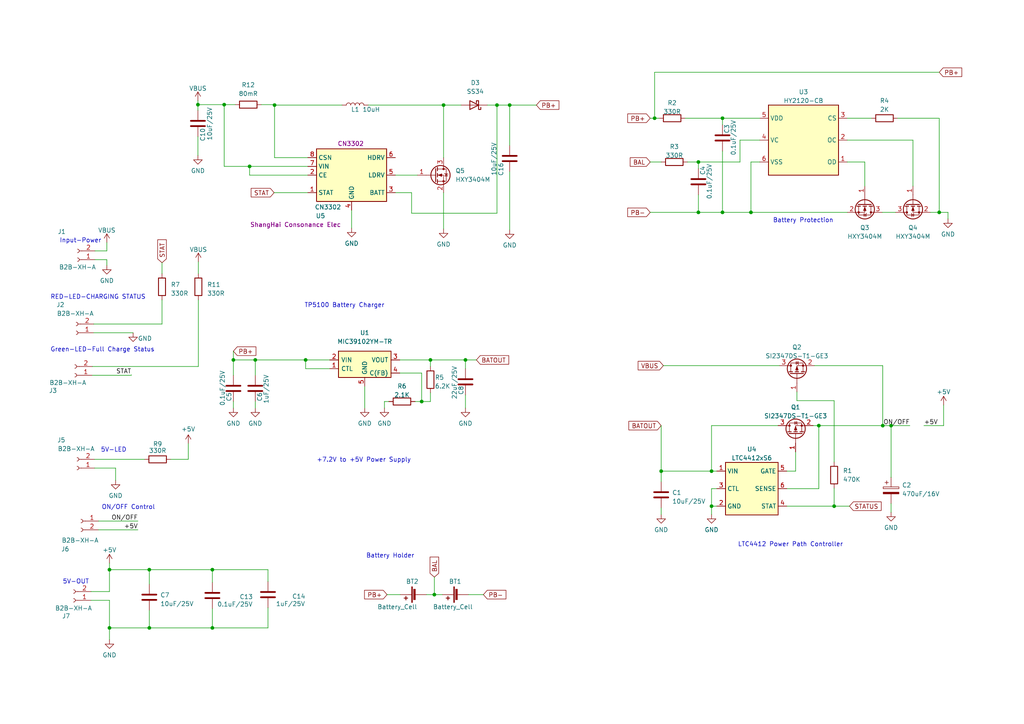
<source format=kicad_sch>
(kicad_sch (version 20231120) (generator "eeschema") (generator_version "8.0")
  (paper "A4")
  (lib_symbols
    (symbol "1-battery-psu:CN3302"
      (property "Reference" "U" (at -7.62 8.89 0))
      (property "Value" "CN3302" (at 10.16 8.89 0))
      (property "MFR-PN" "ShangHai Consonance Elec" (at 0 0 0))
      (property "LCSC-PN" "C559039" (at 0 0 0))
      (property "Package" "SOP-8" (at 0 0 0))
      (symbol "CN3302_0_1"
        (rectangle (start -10.16 7.62) (end 10.16 -7.62) (stroke (width 0.254)) (fill (type background)))
      )
      (symbol "CN3302_1_1"
        (pin input line (at -12.7 -5.08 0) (length 2.54) (name "STAT") (number "1"))
        (pin input line (at -12.7 0 0) (length 2.54) (name "CE") (number "2"))
        (pin power_out line (at 12.7 -5.08 180) (length 2.54) (name "BATT") (number "3"))
        (pin power_in line (at 0 -10.16 90) (length 2.54) (name "GND") (number "4"))
        (pin open_collector line (at 12.7 0 180) (length 2.54) (name "LDRV") (number "5"))
        (pin open_collector line (at 12.7 5.08 180) (length 2.54) (name "HDRV") (number "6"))
        (pin input line (at -12.7 2.54 0) (length 2.54) (name "VIN") (number "7"))
        (pin power_in line (at -12.7 5.08 0) (length 2.54) (name "CSN") (number "8"))
      )
    )
    (symbol "1-battery-psu:Conn_01x02_Socket" (pin_names (offset 1.016) hide)
      (property "Reference" "J" (at 0 2.54 0))
      (property "Value" "B2B-XH-A" (at 0 -5.08 0))
      (property "MFR" "JST" (at 0 0 0))
      (property "MFR-PN" "B2B-XH-A" (at -1.27 -8.89 0))
      (symbol "Conn_01x02_Socket_1_1"
        (arc (start 0 -2.032) (mid -0.5058 -2.54) (end 0 -3.048) (stroke (width 0.1524)))
        (polyline (pts (xy -1.27 -2.54) (xy -0.508 -2.54)) (stroke (width 0.1524)))
        (polyline (pts (xy -1.27 0) (xy -0.508 0)) (stroke (width 0.1524)))
        (arc (start 0 0.508) (mid -0.5058 0) (end 0 -0.508) (stroke (width 0.1524)))
        (pin passive line (at -5.08 0 0) (length 3.81) (name "Pin_1") (number "1"))
        (pin passive line (at -5.08 -2.54 0) (length 3.81) (name "Pin_2") (number "2"))
      )
    )
    (symbol "1-battery-psu:HY2120-CB"
      (property "Reference" "U" (at -7.62 17.78 0))
      (property "Value" "HY2120-CB" (at -2.54 15.24 0))
      (symbol "HY2120-CB_0_1"
        (rectangle (start -10.16 12.7) (end 10.16 -7.62) (stroke (width 0.254)) (fill (type background)))
      )
      (symbol "HY2120-CB_1_1"
        (pin output line (at 12.7 -3.81 180) (length 2.54) (name "OD") (number "1"))
        (pin output line (at 12.7 2.54 180) (length 2.54) (name "OC") (number "2"))
        (pin input line (at 12.7 8.89 180) (length 2.54) (name "CS") (number "3"))
        (pin power_in line (at -12.7 2.54 0) (length 2.54) (name "VC") (number "4"))
        (pin power_in line (at -12.7 8.89 0) (length 2.54) (name "VDD") (number "5"))
        (pin passive line (at -12.7 -3.81 0) (length 2.54) (name "VSS") (number "6"))
      )
    )
    (symbol "1-battery-psu:LTC4412xS6"
      (property "Reference" "U" (at -6.35 8.89 0))
      (property "Value" "LTC4412xS6" (at 2.54 8.89 0))
      (symbol "LTC4412xS6_0_1"
        (rectangle (start -7.62 7.62) (end 7.62 -7.62) (stroke (width 0.254)) (fill (type background)))
      )
      (symbol "LTC4412xS6_1_1"
        (pin power_in line (at -10.16 5.08 0) (length 2.54) (name "VIN") (number "1"))
        (pin passive line (at -10.16 -5.08 0) (length 2.54) (name "GND") (number "2"))
        (pin input line (at -10.16 0 0) (length 2.54) (name "CTL") (number "3"))
        (pin open_collector line (at 10.16 -5.08 180) (length 2.54) (name "STAT") (number "4"))
        (pin output line (at 10.16 5.08 180) (length 2.54) (name "GATE") (number "5"))
        (pin input line (at 10.16 0 180) (length 2.54) (name "SENSE") (number "6"))
      )
    )
    (symbol "1-battery-psu:MIC39102YM-TR" (pin_names (offset 0.762))
      (property "Reference" "U" (at 0 6.35 0))
      (property "Value" "MIC39102YM-TR" (at 0 3.81 0))
      (symbol "MIC39102YM-TR_0_1"
        (rectangle (start -7.62 2.54) (end 7.62 -5.08) (stroke (width 0.254)) (fill (type background)))
      )
      (symbol "MIC39102YM-TR_1_1"
        (pin input line (at -10.16 -2.54 0) (length 2.54) (name "CTL") (number "1"))
        (pin power_in line (at -10.16 0 0) (length 2.54) (name "VIN") (number "2"))
        (pin power_out line (at 10.16 0 180) (length 2.54) (name "VOUT") (number "3"))
        (pin power_out line (at 10.16 -3.81 180) (length 2.54) (name "C(FB)") (number "4"))
        (pin power_in line (at 0 -7.62 90) (length 2.54) (name "GND") (number "5"))
        (pin power_in line (at 0 -7.62 90) (length 2.54) hide (name "GND") (number "6"))
        (pin power_in line (at 0 -7.62 90) (length 2.54) hide (name "GND") (number "7"))
        (pin power_in line (at 0 -7.62 90) (length 2.54) hide (name "GND") (number "8"))
      )
    )
    (symbol "Device:Battery_Cell" (pin_numbers hide) (pin_names (offset 0) hide)
      (property "Reference" "BT" (at 2.54 2.54 0))
      (property "Value" "Battery_Cell" (at 2.54 0 0))
      (symbol "Battery_Cell_0_1"
        (rectangle (start -2.286 1.778) (end 2.286 1.524) (fill (type outline)))
        (rectangle (start -1.5748 1.1938) (end 1.4732 0.6858) (fill (type outline)))
        (polyline (pts (xy 0 0.762) (xy 0 0)))
        (polyline (pts (xy 0 1.778) (xy 0 2.54)))
        (polyline (pts (xy 0.508 3.429) (xy 1.524 3.429)) (stroke (width 0.254)))
        (polyline (pts (xy 1.016 3.937) (xy 1.016 2.921)) (stroke (width 0.254)))
      )
      (symbol "Battery_Cell_1_1"
        (pin passive line (at 0 5.08 270) (length 2.54) (name "+") (number "1"))
        (pin passive line (at 0 -2.54 90) (length 2.54) (name "-") (number "2"))
      )
    )
    (symbol "Device:C" (pin_numbers hide) (pin_names (offset 0.254))
      (property "Reference" "C" (at 0.635 2.54 0))
      (property "Value" "C" (at 0.635 -2.54 0))
      (symbol "C_0_1"
        (polyline (pts (xy -2.032 -0.762) (xy 2.032 -0.762)) (stroke (width 0.508)))
        (polyline (pts (xy -2.032 0.762) (xy 2.032 0.762)) (stroke (width 0.508)))
      )
      (symbol "C_1_1"
        (pin passive line (at 0 3.81 270) (length 2.794) (name "~") (number "1"))
        (pin passive line (at 0 -3.81 90) (length 2.794) (name "~") (number "2"))
      )
    )
    (symbol "Device:C_Polarized" (pin_numbers hide) (pin_names (offset 0.254))
      (property "Reference" "C" (at 0.635 2.54 0))
      (property "Value" "C_Polarized" (at 0.635 -2.54 0))
      (symbol "C_Polarized_0_1"
        (rectangle (start -2.286 0.508) (end 2.286 1.016))
        (polyline (pts (xy -1.778 2.286) (xy -0.762 2.286)))
        (polyline (pts (xy -1.27 2.794) (xy -1.27 1.778)))
        (rectangle (start 2.286 -0.508) (end -2.286 -1.016) (fill (type outline)))
      )
      (symbol "C_Polarized_1_1"
        (pin passive line (at 0 3.81 270) (length 2.794) (name "~") (number "1"))
        (pin passive line (at 0 -3.81 90) (length 2.794) (name "~") (number "2"))
      )
    )
    (symbol "Device:D_Schottky" (pin_numbers hide) (pin_names (offset 1.016) hide)
      (property "Reference" "D" (at 0 2.54 0))
      (property "Value" "D_Schottky" (at 0 -2.54 0))
      (symbol "D_Schottky_0_1"
        (polyline (pts (xy 1.27 0) (xy -1.27 0)))
        (polyline (pts (xy 1.27 1.27) (xy 1.27 -1.27) (xy -1.27 0) (xy 1.27 1.27)) (stroke (width 0.254)))
        (polyline (pts (xy -1.905 0.635) (xy -1.905 1.27) (xy -1.27 1.27) (xy -1.27 -1.27) (xy -0.635 -1.27) (xy -0.635 -0.635)) (stroke (width 0.254)))
      )
      (symbol "D_Schottky_1_1"
        (pin passive line (at -3.81 0 0) (length 2.54) (name "K") (number "1"))
        (pin passive line (at 3.81 0 180) (length 2.54) (name "A") (number "2"))
      )
    )
    (symbol "Device:L" (pin_numbers hide) (pin_names (offset 1.016) hide)
      (property "Reference" "L" (at -1.27 0 90))
      (property "Value" "L" (at 1.905 0 90))
      (symbol "L_0_1"
        (arc (start 0 -2.54) (mid 0.6323 -1.905) (end 0 -1.27))
        (arc (start 0 -1.27) (mid 0.6323 -0.635) (end 0 0))
        (arc (start 0 0) (mid 0.6323 0.635) (end 0 1.27))
        (arc (start 0 1.27) (mid 0.6323 1.905) (end 0 2.54))
      )
      (symbol "L_1_1"
        (pin passive line (at 0 3.81 270) (length 1.27) (name "1") (number "1"))
        (pin passive line (at 0 -3.81 90) (length 1.27) (name "2") (number "2"))
      )
    )
    (symbol "Device:R" (pin_numbers hide) (pin_names (offset 0))
      (property "Reference" "R" (at 2.032 0 90))
      (property "Value" "R" (at 0 0 90))
      (symbol "R_0_1"
        (rectangle (start -1.016 -2.54) (end 1.016 2.54) (stroke (width 0.254)))
      )
      (symbol "R_1_1"
        (pin passive line (at 0 3.81 270) (length 1.27) (name "~") (number "1"))
        (pin passive line (at 0 -3.81 90) (length 1.27) (name "~") (number "2"))
      )
    )
    (symbol "Transistor_FET:2N7002H" (pin_names hide)
      (property "Reference" "Q" (at 5.08 1.905 0))
      (property "Value" "2N7002H" (at 5.08 0 0))
      (symbol "2N7002H_0_1"
        (polyline (pts (xy 0.254 0) (xy -2.54 0)))
        (polyline (pts (xy 0.254 1.905) (xy 0.254 -1.905)) (stroke (width 0.254)))
        (polyline (pts (xy 0.762 -1.27) (xy 0.762 -2.286)) (stroke (width 0.254)))
        (polyline (pts (xy 0.762 0.508) (xy 0.762 -0.508)) (stroke (width 0.254)))
        (polyline (pts (xy 0.762 2.286) (xy 0.762 1.27)) (stroke (width 0.254)))
        (polyline (pts (xy 2.54 2.54) (xy 2.54 1.778)))
        (polyline (pts (xy 2.54 -2.54) (xy 2.54 0) (xy 0.762 0)))
        (polyline (pts (xy 0.762 -1.778) (xy 3.302 -1.778) (xy 3.302 1.778) (xy 0.762 1.778)))
        (polyline (pts (xy 1.016 0) (xy 2.032 0.381) (xy 2.032 -0.381) (xy 1.016 0)) (fill (type outline)))
        (polyline (pts (xy 2.794 0.508) (xy 2.921 0.381) (xy 3.683 0.381) (xy 3.81 0.254)))
        (polyline (pts (xy 3.302 0.381) (xy 2.921 -0.254) (xy 3.683 -0.254) (xy 3.302 0.381)))
        (circle (center 1.651 0) (radius 2.794) (stroke (width 0.254)))
        (circle (center 2.54 -1.778) (radius 0.254) (fill (type outline)))
        (circle (center 2.54 1.778) (radius 0.254) (fill (type outline)))
      )
      (symbol "2N7002H_1_1"
        (pin input line (at -5.08 0 0) (length 2.54) (name "G") (number "1"))
        (pin passive line (at 2.54 -5.08 90) (length 2.54) (name "S") (number "2"))
        (pin passive line (at 2.54 5.08 270) (length 2.54) (name "D") (number "3"))
      )
    )
    (symbol "Transistor_FET:Si2319CDS" (pin_names hide)
      (property "Reference" "Q" (at 5.08 1.905 0))
      (property "Value" "Si2319CDS" (at 5.08 0 0))
      (symbol "Si2319CDS_0_1"
        (polyline (pts (xy 0.254 0) (xy -2.54 0)))
        (polyline (pts (xy 0.254 1.905) (xy 0.254 -1.905)) (stroke (width 0.254)))
        (polyline (pts (xy 0.762 -1.27) (xy 0.762 -2.286)) (stroke (width 0.254)))
        (polyline (pts (xy 0.762 0.508) (xy 0.762 -0.508)) (stroke (width 0.254)))
        (polyline (pts (xy 0.762 2.286) (xy 0.762 1.27)) (stroke (width 0.254)))
        (polyline (pts (xy 2.54 2.54) (xy 2.54 1.778)))
        (polyline (pts (xy 2.54 -2.54) (xy 2.54 0) (xy 0.762 0)))
        (polyline (pts (xy 0.762 1.778) (xy 3.302 1.778) (xy 3.302 -1.778) (xy 0.762 -1.778)))
        (polyline (pts (xy 2.286 0) (xy 1.27 0.381) (xy 1.27 -0.381) (xy 2.286 0)) (fill (type outline)))
        (polyline (pts (xy 2.794 -0.508) (xy 2.921 -0.381) (xy 3.683 -0.381) (xy 3.81 -0.254)))
        (polyline (pts (xy 3.302 -0.381) (xy 2.921 0.254) (xy 3.683 0.254) (xy 3.302 -0.381)))
        (circle (center 1.651 0) (radius 2.794) (stroke (width 0.254)))
        (circle (center 2.54 -1.778) (radius 0.254) (fill (type outline)))
        (circle (center 2.54 1.778) (radius 0.254) (fill (type outline)))
      )
      (symbol "Si2319CDS_1_1"
        (pin input line (at -5.08 0 0) (length 2.54) (name "G") (number "1"))
        (pin passive line (at 2.54 -5.08 90) (length 2.54) (name "S") (number "2"))
        (pin passive line (at 2.54 5.08 270) (length 2.54) (name "D") (number "3"))
      )
    )
    (symbol "power:+5V" (power) (pin_names (offset 0))
      (property "Value" "+5V" (at 0 3.556 0))
      (symbol "+5V_0_1"
        (polyline (pts (xy -0.762 1.27) (xy 0 2.54)))
        (polyline (pts (xy 0 0) (xy 0 2.54)))
        (polyline (pts (xy 0 2.54) (xy 0.762 1.27)))
      )
      (symbol "+5V_1_1"
        (pin power_in line (at 0 0 90) (length 0) hide (name "+5V") (number "1"))
      )
    )
    (symbol "power:GND" (power) (pin_names (offset 0))
      (property "Value" "GND" (at 0 -3.81 0))
      (symbol "GND_0_1"
        (polyline (pts (xy 0 0) (xy 0 -1.27) (xy 1.27 -1.27) (xy 0 -2.54) (xy -1.27 -1.27) (xy 0 -1.27)))
      )
      (symbol "GND_1_1"
        (pin power_in line (at 0 0 270) (length 0) hide (name "GND") (number "1"))
      )
    )
    (symbol "power:VBUS" (power) (pin_names (offset 0))
      (property "Value" "VBUS" (at 0 3.81 0))
      (symbol "VBUS_0_1"
        (polyline (pts (xy -0.762 1.27) (xy 0 2.54)))
        (polyline (pts (xy 0 0) (xy 0 2.54)))
        (polyline (pts (xy 0 2.54) (xy 0.762 1.27)))
      )
      (symbol "VBUS_1_1"
        (pin power_in line (at 0 0 90) (length 0) hide (name "VBUS") (number "1"))
      )
    )
  )
  (junction (at 67.691 104.394))
  (junction (at 57.404 30.353))
  (junction (at 144.145 30.48))
  (junction (at 202.565 46.99))
  (junction (at 202.565 61.595))
  (junction (at 209.55 61.595))
  (junction (at 43.307 165.227))
  (junction (at 135.001 104.394))
  (junction (at 125.984 172.466))
  (junction (at 217.805 61.595))
  (junction (at 206.375 136.652))
  (junction (at 31.75 182.118))
  (junction (at 88.646 104.394))
  (junction (at 74.041 104.394))
  (junction (at 237.49 123.444))
  (junction (at 122.301 116.459))
  (junction (at 209.55 34.29))
  (junction (at 191.77 136.652))
  (junction (at 61.595 165.227))
  (junction (at 128.651 30.48))
  (junction (at 189.865 34.29))
  (junction (at 61.595 182.118))
  (junction (at 72.39 48.26))
  (junction (at 256.032 123.444))
  (junction (at 147.828 30.48))
  (junction (at 272.415 61.595))
  (junction (at 258.4534 123.444))
  (junction (at 124.841 104.394))
  (junction (at 206.375 146.812))
  (junction (at 241.935 146.812))
  (junction (at 31.75 165.227))
  (junction (at 43.307 182.118))
  (junction (at 79.629 30.48))
  (junction (at 65.024 30.353))
  (wire (pts (xy 72.39 48.26) (xy 89.281 48.26)))
  (wire (pts (xy 267.97 123.444) (xy 273.685 123.444)))
  (wire (pts (xy 272.415 61.595) (xy 274.955 61.595)))
  (wire (pts (xy 192.405 106.045) (xy 226.06 106.045)))
  (wire (pts (xy 26.797 106.299) (xy 57.531 106.299)))
  (wire (pts (xy 228.219 141.732) (xy 237.49 141.732)))
  (wire (pts (xy 209.55 34.29) (xy 209.55 36.195)))
  (wire (pts (xy 256.032 106.045) (xy 256.032 123.444)))
  (wire (pts (xy 191.77 123.444) (xy 191.77 136.652)))
  (wire (pts (xy 43.307 182.118) (xy 61.595 182.118)))
  (wire (pts (xy 112.268 172.466) (xy 116.078 172.466)))
  (wire (pts (xy 101.981 60.96) (xy 101.981 66.167)))
  (wire (pts (xy 237.49 123.444) (xy 237.49 141.732)))
  (wire (pts (xy 235.839 123.444) (xy 237.49 123.444)))
  (wire (pts (xy 264.795 40.64) (xy 264.795 53.975)))
  (wire (pts (xy 245.745 46.99) (xy 250.825 46.99)))
  (wire (pts (xy 88.646 104.394) (xy 88.646 106.934)))
  (wire (pts (xy 43.307 165.227) (xy 43.307 169.418)))
  (wire (pts (xy 115.951 108.204) (xy 122.301 108.204)))
  (wire (pts (xy 206.375 123.444) (xy 225.679 123.444)))
  (wire (pts (xy 237.49 123.444) (xy 256.032 123.444)))
  (wire (pts (xy 119.38 61.849) (xy 144.145 61.849)))
  (wire (pts (xy 147.828 30.48) (xy 155.575 30.48)))
  (wire (pts (xy 241.935 146.812) (xy 246.38 146.812)))
  (wire (pts (xy 144.145 30.48) (xy 144.145 61.849)))
  (wire (pts (xy 46.99 86.995) (xy 46.99 93.98)))
  (wire (pts (xy 272.415 34.29) (xy 272.415 61.595)))
  (wire (pts (xy 258.4534 123.444) (xy 263.8976 123.444)))
  (wire (pts (xy 135.001 104.394) (xy 138.176 104.394)))
  (wire (pts (xy 88.646 106.934) (xy 95.631 106.934)))
  (wire (pts (xy 43.307 182.118) (xy 31.75 182.118)))
  (wire (pts (xy 191.77 147.32) (xy 191.77 149.225)))
  (wire (pts (xy 128.651 30.48) (xy 133.731 30.48)))
  (wire (pts (xy 46.99 76.2) (xy 46.99 79.375)))
  (wire (pts (xy 274.955 61.595) (xy 274.955 63.5)))
  (wire (pts (xy 28.575 153.67) (xy 40.005 153.67)))
  (wire (pts (xy 125.984 167.386) (xy 125.984 172.466)))
  (wire (pts (xy 135.001 114.554) (xy 135.001 118.364)))
  (wire (pts (xy 38.1 108.712) (xy 38.1 108.839)))
  (wire (pts (xy 241.935 116.205) (xy 241.935 133.985)))
  (wire (pts (xy 220.345 46.99) (xy 217.805 46.99)))
  (wire (pts (xy 122.301 116.459) (xy 120.396 116.459)))
  (wire (pts (xy 61.595 165.227) (xy 61.595 168.91)))
  (wire (pts (xy 206.375 141.732) (xy 206.375 146.812)))
  (wire (pts (xy 74.041 104.394) (xy 74.041 108.839)))
  (wire (pts (xy 43.307 177.038) (xy 43.307 182.118)))
  (wire (pts (xy 245.745 34.29) (xy 252.73 34.29)))
  (wire (pts (xy 67.691 101.854) (xy 67.691 104.394)))
  (wire (pts (xy 258.4534 138.43) (xy 258.445 138.43)))
  (wire (pts (xy 255.905 61.595) (xy 259.715 61.595)))
  (wire (pts (xy 202.565 61.595) (xy 188.595 61.595)))
  (wire (pts (xy 258.445 146.05) (xy 258.445 148.59)))
  (wire (pts (xy 209.55 61.595) (xy 217.805 61.595)))
  (wire (pts (xy 57.404 30.353) (xy 65.024 30.353)))
  (wire (pts (xy 72.39 50.8) (xy 89.281 50.8)))
  (wire (pts (xy 199.39 46.99) (xy 202.565 46.99)))
  (wire (pts (xy 241.935 141.605) (xy 241.935 146.812)))
  (wire (pts (xy 75.819 30.353) (xy 79.629 30.353)))
  (wire (pts (xy 57.404 30.353) (xy 57.404 32.004)))
  (wire (pts (xy 54.61 128.651) (xy 54.61 133.223)))
  (wire (pts (xy 99.187 30.48) (xy 79.629 30.48)))
  (wire (pts (xy 115.951 104.394) (xy 124.841 104.394)))
  (wire (pts (xy 135.89 172.466) (xy 140.208 172.466)))
  (wire (pts (xy 26.797 108.839) (xy 38.1 108.839)))
  (wire (pts (xy 144.145 30.48) (xy 147.828 30.48)))
  (wire (pts (xy 217.805 61.595) (xy 245.745 61.595)))
  (wire (pts (xy 202.565 56.515) (xy 202.565 61.595)))
  (wire (pts (xy 122.301 108.204) (xy 122.301 116.459)))
  (wire (pts (xy 79.629 30.48) (xy 79.629 45.72)))
  (wire (pts (xy 26.416 171.577) (xy 31.75 171.577)))
  (wire (pts (xy 206.375 123.444) (xy 206.375 136.652)))
  (wire (pts (xy 27.178 93.98) (xy 46.99 93.98)))
  (wire (pts (xy 141.351 30.48) (xy 144.145 30.48)))
  (wire (pts (xy 125.984 172.466) (xy 128.27 172.466)))
  (wire (pts (xy 231.14 113.665) (xy 231.14 116.205)))
  (wire (pts (xy 31.75 182.118) (xy 31.75 185.547)))
  (wire (pts (xy 79.502 55.88) (xy 89.281 55.88)))
  (wire (pts (xy 269.875 61.595) (xy 272.415 61.595)))
  (wire (pts (xy 214.63 40.64) (xy 220.345 40.64)))
  (wire (pts (xy 31.75 163.322) (xy 31.75 165.227)))
  (wire (pts (xy 209.55 34.29) (xy 220.345 34.29)))
  (wire (pts (xy 74.041 104.394) (xy 88.646 104.394)))
  (wire (pts (xy 273.685 117.475) (xy 273.685 123.444)))
  (wire (pts (xy 231.14 116.205) (xy 241.935 116.205)))
  (wire (pts (xy 77.724 176.276) (xy 77.724 182.118)))
  (wire (pts (xy 67.691 104.394) (xy 74.041 104.394)))
  (wire (pts (xy 188.595 46.99) (xy 191.77 46.99)))
  (wire (pts (xy 57.531 75.946) (xy 57.531 79.375)))
  (wire (pts (xy 189.865 34.29) (xy 189.865 20.955)))
  (wire (pts (xy 79.629 30.48) (xy 79.629 30.353)))
  (wire (pts (xy 43.307 165.227) (xy 31.75 165.227)))
  (wire (pts (xy 206.375 136.652) (xy 207.899 136.652)))
  (wire (pts (xy 57.404 39.624) (xy 57.404 45.085)))
  (wire (pts (xy 67.691 116.459) (xy 67.691 118.364)))
  (wire (pts (xy 124.841 116.459) (xy 122.301 116.459)))
  (wire (pts (xy 65.024 48.26) (xy 72.39 48.26)))
  (wire (pts (xy 191.77 136.652) (xy 206.375 136.652)))
  (wire (pts (xy 250.825 46.99) (xy 250.825 53.975)))
  (wire (pts (xy 27.432 133.223) (xy 41.91 133.223)))
  (wire (pts (xy 124.841 104.394) (xy 124.841 106.299)))
  (wire (pts (xy 245.745 40.64) (xy 264.795 40.64)))
  (wire (pts (xy 61.595 165.227) (xy 43.307 165.227)))
  (wire (pts (xy 128.651 30.48) (xy 128.651 45.72)))
  (wire (pts (xy 77.724 165.227) (xy 61.595 165.227)))
  (wire (pts (xy 128.651 55.88) (xy 128.651 66.421)))
  (wire (pts (xy 124.841 113.919) (xy 124.841 116.459)))
  (wire (pts (xy 260.35 34.29) (xy 272.415 34.29)))
  (wire (pts (xy 57.531 86.995) (xy 57.531 106.299)))
  (wire (pts (xy 206.375 149.225) (xy 206.375 146.812)))
  (wire (pts (xy 74.041 116.459) (xy 74.041 118.364)))
  (wire (pts (xy 256.032 123.444) (xy 258.4534 123.444)))
  (wire (pts (xy 206.375 146.812) (xy 207.899 146.812)))
  (wire (pts (xy 114.681 50.8) (xy 121.031 50.8)))
  (wire (pts (xy 258.4534 123.444) (xy 258.4534 138.43)))
  (wire (pts (xy 27.178 96.52) (xy 38.608 96.52)))
  (wire (pts (xy 147.828 49.784) (xy 147.828 66.675)))
  (wire (pts (xy 67.691 108.839) (xy 67.691 104.394)))
  (wire (pts (xy 27.432 135.763) (xy 33.528 135.763)))
  (wire (pts (xy 28.575 151.13) (xy 40.005 151.13)))
  (wire (pts (xy 57.404 29.21) (xy 57.404 30.353)))
  (wire (pts (xy 65.024 30.353) (xy 65.024 48.26)))
  (wire (pts (xy 228.219 146.812) (xy 241.935 146.812)))
  (wire (pts (xy 230.759 131.064) (xy 230.759 136.652)))
  (wire (pts (xy 209.55 43.815) (xy 209.55 61.595)))
  (wire (pts (xy 31.75 174.117) (xy 31.75 182.118)))
  (wire (pts (xy 189.865 20.955) (xy 272.415 20.955)))
  (wire (pts (xy 30.988 70.358) (xy 30.988 72.771)))
  (wire (pts (xy 106.807 30.48) (xy 128.651 30.48)))
  (wire (pts (xy 202.565 61.595) (xy 209.55 61.595)))
  (wire (pts (xy 30.988 75.311) (xy 30.988 76.962)))
  (wire (pts (xy 27.559 72.771) (xy 30.988 72.771)))
  (wire (pts (xy 31.75 165.227) (xy 31.75 171.577)))
  (wire (pts (xy 33.528 135.763) (xy 33.528 139.319)))
  (wire (pts (xy 26.416 174.117) (xy 31.75 174.117)))
  (wire (pts (xy 188.595 34.29) (xy 189.865 34.29)))
  (wire (pts (xy 27.559 75.311) (xy 30.988 75.311)))
  (wire (pts (xy 191.77 136.652) (xy 191.77 139.7)))
  (wire (pts (xy 135.001 104.394) (xy 135.001 106.934)))
  (wire (pts (xy 77.724 168.656) (xy 77.724 165.227)))
  (wire (pts (xy 202.565 46.99) (xy 202.565 48.895)))
  (wire (pts (xy 124.841 104.394) (xy 135.001 104.394)))
  (wire (pts (xy 61.595 182.118) (xy 77.724 182.118)))
  (wire (pts (xy 147.828 30.48) (xy 147.828 42.164)))
  (wire (pts (xy 189.865 34.29) (xy 191.135 34.29)))
  (wire (pts (xy 207.899 141.732) (xy 206.375 141.732)))
  (wire (pts (xy 125.984 172.466) (xy 123.698 172.466)))
  (wire (pts (xy 54.61 133.223) (xy 49.53 133.223)))
  (wire (pts (xy 105.791 112.014) (xy 105.791 118.364)))
  (wire (pts (xy 198.755 34.29) (xy 209.55 34.29)))
  (wire (pts (xy 256.032 106.045) (xy 236.22 106.045)))
  (wire (pts (xy 111.506 116.459) (xy 112.776 116.459)))
  (wire (pts (xy 202.565 46.99) (xy 214.63 46.99)))
  (wire (pts (xy 230.759 136.652) (xy 228.219 136.652)))
  (wire (pts (xy 111.506 116.459) (xy 111.506 118.364)))
  (wire (pts (xy 217.805 46.99) (xy 217.805 61.595)))
  (wire (pts (xy 114.681 55.88) (xy 119.38 55.88)))
  (wire (pts (xy 72.39 50.8) (xy 72.39 48.26)))
  (wire (pts (xy 68.199 30.353) (xy 65.024 30.353)))
  (wire (pts (xy 61.595 176.53) (xy 61.595 182.118)))
  (wire (pts (xy 119.38 55.88) (xy 119.38 61.849)))
  (wire (pts (xy 88.646 104.394) (xy 95.631 104.394)))
  (wire (pts (xy 89.281 45.72) (xy 79.629 45.72)))
  (wire (pts (xy 214.63 40.64) (xy 214.63 46.99)))
  (text "ON/OFF Control" (at 29.464 147.955 0) (effects (font (size 1.27 1.27)) (justify left bottom)))
  (text "Battery Holder\n\n" (at 106.172 164.084 0) (effects (font (size 1.27 1.27)) (justify left bottom)))
  (text "5V-LED" (at 29.21 131.318 0) (effects (font (size 1.27 1.27)) (justify left bottom)))
  (text "+7.2V to +5V Power Supply" (at 91.821 134.239 0) (effects (font (size 1.27 1.27)) (justify left bottom)))
  (text "5V-OUT" (at 18.161 169.545 0) (effects (font (size 1.27 1.27)) (justify left bottom)))
  (text "LTC4412 Power Path Controller\n" (at 213.995 158.75 0) (effects (font (size 1.27 1.27)) (justify left bottom)))
  (text "RED-LED-CHARGING STATUS" (at 14.605 86.995 0) (effects (font (size 1.27 1.27)) (justify left bottom)))
  (text "Battery Protection\n" (at 224.155 64.77 0) (effects (font (size 1.27 1.27)) (justify left bottom)))
  (text "TP5100 Battery Charger\n\n" (at 88.265 91.44 0) (effects (font (size 1.27 1.27)) (justify left bottom)))
  (text "Green-LED-Full Charge Status" (at 14.605 102.235 0) (effects (font (size 1.27 1.27)) (justify left bottom)))
  (text "Input-Power" (at 17.272 70.612 0) (effects (font (size 1.27 1.27)) (justify left bottom)))
  (label "ON{slash}OFF" (at 263.8976 123.444 180))
  (label "STAT" (at 38.1 108.712 180))
  (label "+5V" (at 267.97 123.444 0))
  (label "+5V" (at 40.005 153.67 180))
  (label "ON{slash}OFF" (at 40.005 151.13 180))
  (global_label "PB+" (shape input) (at 67.691 101.854 0) (property "Intersheetrefs" "${INTERSHEET_REFS}" (effects (hide yes))))
  (global_label "BAL" (shape input) (at 125.984 167.386 90) (property "Intersheetrefs" "${INTERSHEET_REFS}" (effects (hide yes))))
  (global_label "PB+" (shape input) (at 112.268 172.466 180) (property "Intersheetrefs" "${INTERSHEET_REFS}" (effects (hide yes))))
  (global_label "PB-" (shape input) (at 140.208 172.466 0) (property "Intersheetrefs" "${INTERSHEET_REFS}" (effects (hide yes))))
  (global_label "BATOUT" (shape input) (at 191.77 123.444 180) (property "Intersheetrefs" "${INTERSHEET_REFS}" (effects (hide yes))))
  (global_label "STAT" (shape input) (at 46.99 76.2 90) (property "Intersheetrefs" "${INTERSHEET_REFS}" (effects (hide yes))))
  (global_label "VBUS" (shape input) (at 192.405 106.045 180) (property "Intersheetrefs" "${INTERSHEET_REFS}" (effects (hide yes))))
  (global_label "PB+" (shape input) (at 155.575 30.48 0) (property "Intersheetrefs" "${INTERSHEET_REFS}" (effects (hide yes))))
  (global_label "PB+" (shape input) (at 272.415 20.955 0) (property "Intersheetrefs" "${INTERSHEET_REFS}" (effects (hide yes))))
  (global_label "BAL" (shape input) (at 188.595 46.99 180) (property "Intersheetrefs" "${INTERSHEET_REFS}" (effects (hide yes))))
  (global_label "BATOUT" (shape input) (at 138.176 104.394 0) (property "Intersheetrefs" "${INTERSHEET_REFS}" (effects (hide yes))))
  (global_label "STATUS" (shape input) (at 246.38 146.812 0) (property "Intersheetrefs" "${INTERSHEET_REFS}" (effects (hide yes))))
  (global_label "PB-" (shape input) (at 188.595 61.595 180) (property "Intersheetrefs" "${INTERSHEET_REFS}" (effects (hide yes))))
  (global_label "STAT" (shape input) (at 79.502 55.88 180) (property "Intersheetrefs" "${INTERSHEET_REFS}" (effects (hide yes))))
  (global_label "PB+" (shape input) (at 188.595 34.29 180) (property "Intersheetrefs" "${INTERSHEET_REFS}" (effects (hide yes))))
  (symbol (lib_id "Device:C") (at 77.724 172.466 0) (unit 1)
    (property "Reference" "C14" (at 84.709 172.974 0) (effects (justify left)))
    (property "Value" "1uF/25V" (at 80.01 175.133 0) (effects (justify left)))
    (property "Footprint" "Capacitor_SMD:C_0603_1608Metric" (effects (hide yes)))
    (property "LCSC PN" "C2857985" (effects (hide yes)))
    (property "MFR" "FH (Guangdong Fenghua Advanced Tech)" (effects (hide yes)))
    (property "MFR-PN" "0603X105M250NT" (effects (hide yes)))
  )
  (symbol (lib_id "1-battery-psu:MIC39102YM-TR") (at 105.791 104.394 0) (unit 1)
    (property "Reference" "U1" (at 105.791 96.52 0))
    (property "Value" "MIC39102YM-TR" (at 105.791 99.06 0))
    (property "Footprint" "Package_SO:SOIC-8_3.9x4.9mm_P1.27mm" (effects (hide yes)))
    (property "Datasheet" "https://www.lcsc.com/datasheet/lcsc_datasheet_2109180930_ROHM-Semicon-BA00DD0WHFP-TR_C509715.pdf" (effects (hide yes)))
    (property "LCSC PN" "C627993" (effects (hide yes)))
    (property "MFR" "Microchip Tech" (effects (hide yes)))
    (property "MFR-PN" "MIC39102YM-TR" (effects (hide yes)))
  )
  (symbol (lib_id "power:GND") (at 258.445 148.59 0) (unit 1)
    (property "Reference" "#PWR03" (effects (hide yes)))
    (property "Value" "GND" (at 258.445 153.035 0))
  )
  (symbol (lib_id "Device:R") (at 241.935 137.795 180) (unit 1)
    (property "Reference" "R1" (at 244.475 136.525 0) (effects (justify right)))
    (property "Value" "470K" (at 244.475 139.065 0) (effects (justify right)))
    (property "Footprint" "Resistor_SMD:R_0603_1608Metric" (effects (hide yes)))
    (property "LCSC PN" "C2907171" (effects (hide yes)))
    (property "MFR" "FOJAN" (effects (hide yes)))
    (property "MFR-PN" "FRC0603J474 TS" (effects (hide yes)))
  )
  (symbol (lib_id "Device:C") (at 67.691 112.649 0) (unit 1)
    (property "Reference" "C5" (at 66.421 116.459 90) (effects (justify left)))
    (property "Value" "0.1uF/25V" (at 64.516 117.729 90) (effects (justify left)))
    (property "Footprint" "Capacitor_SMD:C_0603_1608Metric" (effects (hide yes)))
    (property "LCSC PN" "C83054" (effects (hide yes)))
    (property "MFR" "Walsin Tech Corp" (effects (hide yes)))
    (property "MFR-PN" "0603B104K250CT" (effects (hide yes)))
  )
  (symbol (lib_id "power:GND") (at 128.651 66.421 0) (unit 1)
    (property "Reference" "#PWR031" (effects (hide yes)))
    (property "Value" "GND" (at 128.651 70.866 0))
  )
  (symbol (lib_id "Device:C") (at 191.77 143.51 0) (unit 1)
    (property "Reference" "C1" (at 194.945 142.875 0) (effects (justify left)))
    (property "Value" "10uF/25V" (at 194.945 145.415 0) (effects (justify left)))
    (property "Footprint" "Capacitor_SMD:C_0603_1608Metric" (effects (hide yes)))
    (property "LCSC PN" "C96446" (effects (hide yes)))
    (property "MFR" "Samsung Electro-Mechanics" (effects (hide yes)))
    (property "MFR-PN" "CL10A106MA8NRNC" (effects (hide yes)))
  )
  (symbol (lib_id "Transistor_FET:Si2319CDS") (at 231.14 108.585 90) (unit 1)
    (property "Reference" "Q2" (at 231.14 100.711 90))
    (property "Value" "SI2347DS-T1-GE3\n" (at 231.14 103.251 90))
    (property "Footprint" "Package_TO_SOT_SMD:SOT-23" (effects (hide yes)))
    (property "Datasheet" "http://www.vishay.com/docs/66709/si2319cd.pdf" (effects (hide yes)))
    (property "LCSC PN" "C145002" (effects (hide yes)))
    (property "MFR" "Vishay Intertech" (effects (hide yes)))
    (property "MFR-PN" "SI2347DS-T1-GE3" (effects (hide yes)))
  )
  (symbol (lib_id "Device:C") (at 135.001 110.744 0) (unit 1)
    (property "Reference" "C8" (at 133.731 114.554 90) (effects (justify left)))
    (property "Value" "22uF/25V" (at 131.826 115.824 90) (effects (justify left)))
    (property "Footprint" "Capacitor_SMD:C_0603_1608Metric" (effects (hide yes)))
    (property "LCSC PN" "C602037" (effects (hide yes)))
    (property "MFR" "Samsung Electro-Mechanics" (effects (hide yes)))
    (property "MFR-PN" "CL21A226MAYNNNE" (effects (hide yes)))
  )
  (symbol (lib_id "Transistor_FET:2N7002H") (at 250.825 59.055 270) (unit 1)
    (property "Reference" "Q3" (at 250.825 66.04 90))
    (property "Value" "HXY3404M" (at 250.825 68.58 90))
    (property "Footprint" "Package_TO_SOT_SMD:SOT-23" (effects (hide yes)))
    (property "Datasheet" "http://www.diodes.com/assets/Datasheets/2N7002H.pdf" (effects (hide yes)))
    (property "LCSC PN" "C2926128" (effects (hide yes)))
    (property "MFR" "FOSAN" (effects (hide yes)))
    (property "MFR-PN" "FS3402" (effects (hide yes)))
  )
  (symbol (lib_id "power:VBUS") (at 30.988 70.358 0) (unit 1)
    (property "Reference" "#PWR019" (effects (hide yes)))
    (property "Value" "VBUS" (at 30.988 66.802 0))
  )
  (symbol (lib_id "power:GND") (at 147.828 66.675 0) (unit 1)
    (property "Reference" "#PWR032" (effects (hide yes)))
    (property "Value" "GND" (at 147.828 71.12 0))
  )
  (symbol (lib_id "Device:C") (at 209.55 40.005 0) (unit 1)
    (property "Reference" "C3" (at 210.82 38.735 90) (effects (justify left)))
    (property "Value" "0.1uF/25V" (at 212.725 45.085 90) (effects (justify left)))
    (property "Footprint" "Capacitor_SMD:C_0603_1608Metric" (effects (hide yes)))
    (property "LCSC PN" "C83054" (effects (hide yes)))
    (property "MFR" "Walsin Tech Corp" (effects (hide yes)))
    (property "MFR-PN" "0603B104K250CT" (effects (hide yes)))
  )
  (symbol (lib_id "1-battery-psu:Conn_01x02_Socket") (at 22.098 96.52 180) (unit 1)
    (property "Reference" "J2" (at 17.526 88.392 0))
    (property "Value" "B2B-XH-A" (at 21.844 90.932 0))
    (property "Footprint" "Connector_JST:JST_XH_B2B-XH-A_1x02_P2.50mm_Vertical" (effects (hide yes)))
    (property "MFR" "JST" (effects (hide yes)))
    (property "MFR-PN" "B2B-XH-A(LF)(SN)" (effects (hide yes)))
    (property "LCSC PN" "C158012" (effects (hide yes)))
  )
  (symbol (lib_id "power:GND") (at 57.404 45.085 0) (unit 1)
    (property "Reference" "#PWR013" (effects (hide yes)))
    (property "Value" "GND" (at 57.404 49.53 0))
  )
  (symbol (lib_id "1-battery-psu:Conn_01x02_Socket") (at 23.495 151.13 0) (mirror y) (unit 1)
    (property "Reference" "J6" (at 18.923 159.258 0))
    (property "Value" "B2B-XH-A" (at 23.241 156.718 0))
    (property "Footprint" "Connector_JST:JST_XH_B2B-XH-A_1x02_P2.50mm_Vertical" (effects (hide yes)))
    (property "MFR" "JST" (effects (hide yes)))
    (property "MFR-PN" "B2B-XH-A(LF)(SN)" (effects (hide yes)))
    (property "LCSC PN" "C158012" (effects (hide yes)))
  )
  (symbol (lib_id "1-battery-psu:Conn_01x02_Socket") (at 21.717 108.839 180) (unit 1)
    (property "Reference" "J3" (at 15.367 113.284 0))
    (property "Value" "B2B-XH-A" (at 19.685 110.998 0))
    (property "Footprint" "Connector_JST:JST_XH_B2B-XH-A_1x02_P2.50mm_Vertical" (effects (hide yes)))
    (property "MFR" "JST" (effects (hide yes)))
    (property "MFR-PN" "B2B-XH-A(LF)(SN)" (effects (hide yes)))
    (property "LCSC PN" "C158012" (effects (hide yes)))
  )
  (symbol (lib_id "Device:C") (at 202.565 52.705 0) (unit 1)
    (property "Reference" "C4" (at 203.835 50.8 90) (effects (justify left)))
    (property "Value" "0.1uF/25V" (at 205.74 57.785 90) (effects (justify left)))
    (property "Footprint" "Capacitor_SMD:C_0603_1608Metric" (effects (hide yes)))
    (property "LCSC PN" "C83054" (effects (hide yes)))
    (property "MFR" "Walsin Tech Corp" (effects (hide yes)))
    (property "MFR-PN" "0603B104K250CT" (effects (hide yes)))
  )
  (symbol (lib_id "Device:R") (at 45.72 133.223 270) (unit 1)
    (property "Reference" "R9" (at 45.72 128.778 90))
    (property "Value" "330R" (at 45.72 130.683 90))
    (property "Footprint" "Resistor_SMD:R_0603_1608Metric" (effects (hide yes)))
    (property "LCSC PN" "C2907152" (effects (hide yes)))
    (property "MFR" "FOJAN" (effects (hide yes)))
    (property "MFR-PN" "FRC0603J331 TS" (effects (hide yes)))
  )
  (symbol (lib_id "power:GND") (at 274.955 63.5 0) (unit 1)
    (property "Reference" "#PWR04" (effects (hide yes)))
    (property "Value" "GND" (at 274.955 67.945 0))
  )
  (symbol (lib_id "1-battery-psu:Conn_01x02_Socket") (at 22.352 135.763 180) (unit 1)
    (property "Reference" "J5" (at 17.78 127.635 0))
    (property "Value" "B2B-XH-A" (at 22.098 130.175 0))
    (property "Footprint" "Connector_JST:JST_XH_B2B-XH-A_1x02_P2.50mm_Vertical" (effects (hide yes)))
    (property "MFR" "JST" (effects (hide yes)))
    (property "MFR-PN" "B2B-XH-A(LF)(SN)" (effects (hide yes)))
    (property "LCSC PN" "C158012" (effects (hide yes)))
  )
  (symbol (lib_id "power:GND") (at 191.77 149.225 0) (unit 1)
    (property "Reference" "#PWR01" (effects (hide yes)))
    (property "Value" "GND" (at 191.77 153.67 0))
  )
  (symbol (lib_id "1-battery-psu:HY2120-CB") (at 233.045 43.18 0) (unit 1)
    (property "Reference" "U3" (at 233.045 26.67 0))
    (property "Value" "HY2120-CB" (at 233.045 29.21 0))
    (property "Footprint" "Package_TO_SOT_SMD:SOT-23-6" (effects (hide yes)))
    (property "Datasheet" "https://www.lcsc.com/datasheet/lcsc_datasheet_2304140030_HYCON-Tech-HY2120-CB_C116509.pdf" (effects (hide yes)))
    (property "LCSC PN" "C116509" (effects (hide yes)))
    (property "MFR" "HYCON Tech" (effects (hide yes)))
    (property "MFR-PN" "HY2120-CB" (effects (hide yes)))
  )
  (symbol (lib_id "power:+5V") (at 54.61 128.651 0) (unit 1)
    (property "Reference" "#PWR024" (effects (hide yes)))
    (property "Value" "+5V" (at 54.61 124.46 0))
  )
  (symbol (lib_id "Device:R") (at 72.009 30.353 270) (unit 1)
    (property "Reference" "R12" (at 72.009 24.638 90))
    (property "Value" "80mR" (at 72.009 27.178 90))
    (property "Footprint" "Resistor_SMD:R_2512_6332Metric" (effects (hide yes)))
    (property "LCSC PN" "C421509" (effects (hide yes)))
    (property "MFR" "UNI-ROYAL(Uniroyal Elec)" (effects (hide yes)))
    (property "MFR-PN" "25121WF800MT4E" (effects (hide yes)))
  )
  (symbol (lib_id "1-battery-psu:Conn_01x02_Socket") (at 22.479 75.311 180) (unit 1)
    (property "Reference" "J1" (at 17.907 67.183 0))
    (property "Value" "B2B-XH-A" (at 22.479 77.47 0))
    (property "Footprint" "Connector_JST:JST_XH_B2B-XH-A_1x02_P2.50mm_Vertical" (effects (hide yes)))
    (property "MFR" "JST" (effects (hide yes)))
    (property "MFR-PN" "B2B-XH-A(LF)(SN)" (effects (hide yes)))
    (property "LCSC PN" "C158012" (effects (hide yes)))
  )
  (symbol (lib_id "power:GND") (at 135.001 118.364 0) (unit 1)
    (property "Reference" "#PWR010" (effects (hide yes)))
    (property "Value" "GND" (at 135.001 122.809 0))
  )
  (symbol (lib_id "power:GND") (at 74.041 118.364 0) (unit 1)
    (property "Reference" "#PWR05" (effects (hide yes)))
    (property "Value" "GND" (at 74.041 122.809 0))
  )
  (symbol (lib_id "Device:C") (at 74.041 112.649 0) (unit 1)
    (property "Reference" "C6" (at 75.311 116.459 90) (effects (justify left)))
    (property "Value" "1uF/25V" (at 77.216 117.094 90) (effects (justify left)))
    (property "Footprint" "Capacitor_SMD:C_0603_1608Metric" (effects (hide yes)))
    (property "LCSC PN" "C2857985" (effects (hide yes)))
    (property "MFR" "FH (Guangdong Fenghua Advanced Tech)" (effects (hide yes)))
    (property "MFR-PN" "0603X105M250NT" (effects (hide yes)))
  )
  (symbol (lib_id "Transistor_FET:2N7002H") (at 126.111 50.8 0) (unit 1)
    (property "Reference" "Q5" (at 132.08 49.53 0) (effects (justify left)))
    (property "Value" "HXY3404M" (at 132.08 52.07 0) (effects (justify left)))
    (property "Footprint" "Package_TO_SOT_SMD:SOT-23" (effects (hide yes)))
    (property "Datasheet" "http://www.diodes.com/assets/Datasheets/2N7002H.pdf" (effects (hide yes)))
    (property "LCSC PN" "C2926128" (effects (hide yes)))
    (property "MFR" "FOSAN" (effects (hide yes)))
    (property "MFR-PN" "FS3402" (effects (hide yes)))
  )
  (symbol (lib_id "power:GND") (at 105.791 118.364 0) (unit 1)
    (property "Reference" "#PWR08" (effects (hide yes)))
    (property "Value" "GND" (at 105.791 122.809 0))
  )
  (symbol (lib_id "power:GND") (at 30.988 76.962 0) (unit 1)
    (property "Reference" "#PWR018" (effects (hide yes)))
    (property "Value" "GND" (at 30.988 81.407 0))
  )
  (symbol (lib_id "power:+5V") (at 31.75 163.322 0) (unit 1)
    (property "Reference" "#PWR026" (effects (hide yes)))
    (property "Value" "+5V" (at 31.75 159.512 0))
  )
  (symbol (lib_id "Transistor_FET:2N7002H") (at 264.795 59.055 90) (mirror x) (unit 1)
    (property "Reference" "Q4" (at 264.795 66.04 90))
    (property "Value" "HXY3404M" (at 264.795 68.58 90))
    (property "Footprint" "Package_TO_SOT_SMD:SOT-23" (effects (hide yes)))
    (property "Datasheet" "http://www.diodes.com/assets/Datasheets/2N7002H.pdf" (effects (hide yes)))
    (property "LCSC PN" "C2926128" (effects (hide yes)))
    (property "MFR" "FOSAN" (effects (hide yes)))
    (property "MFR-PN" "FS3402" (effects (hide yes)))
  )
  (symbol (lib_id "Device:C") (at 61.595 172.72 0) (unit 1)
    (property "Reference" "C13" (at 69.469 173.101 0) (effects (justify left)))
    (property "Value" "0.1uF/25V" (at 62.992 175.26 0) (effects (justify left)))
    (property "Footprint" "Capacitor_SMD:C_0603_1608Metric" (effects (hide yes)))
    (property "LCSC PN" "C83054" (effects (hide yes)))
    (property "MFR" "Walsin Tech Corp" (effects (hide yes)))
    (property "MFR-PN" "0603B104K250CT" (effects (hide yes)))
  )
  (symbol (lib_id "power:+5V") (at 273.685 117.475 0) (unit 1)
    (property "Reference" "#PWR028" (effects (hide yes)))
    (property "Value" "+5V" (at 273.685 113.665 0))
  )
  (symbol (lib_id "Device:R") (at 46.99 83.185 180) (unit 1)
    (property "Reference" "R7" (at 49.53 82.55 0) (effects (justify right)))
    (property "Value" "330R" (at 49.53 85.09 0) (effects (justify right)))
    (property "Footprint" "Resistor_SMD:R_0603_1608Metric" (effects (hide yes)))
    (property "LCSC PN" "C2907152" (effects (hide yes)))
    (property "MFR" "FOJAN" (effects (hide yes)))
    (property "MFR-PN" "FRC0603J331 TS" (effects (hide yes)))
  )
  (symbol (lib_id "Device:Battery_Cell") (at 121.158 172.466 90) (mirror x) (unit 1)
    (property "Reference" "BT2" (at 121.412 168.656 90) (effects (justify left)))
    (property "Value" "Battery_Cell" (at 121.031 176.022 90) (effects (justify left)))
    (property "Footprint" "Battery:BatteryHolder_MPD_BH-18650-PC2" (effects (hide yes)))
    (property "Datasheet" "https://wmsc.lcsc.com/wmsc/upload/file/pdf/v2/lcsc/2311081133_MYOUNG-BH-18650-A5BJ001-2D_C19184083.pdf" (effects (hide yes)))
    (property "MFR" "MYOUNG" (effects (hide yes)))
    (property "MFR-PN" "BH-18650-A5BJ001-2D" (effects (hide yes)))
    (property "LCSC PN" "C19184083" (effects (hide yes)))
  )
  (symbol (lib_id "Device:C") (at 147.828 45.974 0) (unit 1)
    (property "Reference" "C16" (at 145.288 51.054 90) (effects (justify left)))
    (property "Value" "10uF/25V" (at 143.2859 50.9648 90) (effects (justify left)))
    (property "Footprint" "Capacitor_SMD:C_0603_1608Metric" (effects (hide yes)))
    (property "LCSC PN" "C96446" (effects (hide yes)))
    (property "MFR" "Samsung Electro-Mechanics" (effects (hide yes)))
    (property "MFR-PN" "CL10A106MA8NRNC" (effects (hide yes)))
  )
  (symbol (lib_id "Device:R") (at 116.586 116.459 90) (unit 1)
    (property "Reference" "R6" (at 116.586 112.014 90))
    (property "Value" "2.1K" (at 116.586 114.554 90))
    (property "Footprint" "Resistor_SMD:R_0603_1608Metric" (effects (hide yes)))
    (property "LCSC PN" "C2907137" (effects (hide yes)))
    (property "MFR" "FOJAN" (effects (hide yes)))
    (property "MFR-PN" "FRC0603J202 TS" (effects (hide yes)))
  )
  (symbol (lib_id "Device:R") (at 194.945 34.29 90) (unit 1)
    (property "Reference" "R2" (at 194.945 29.845 90))
    (property "Value" "330R" (at 194.945 32.385 90))
    (property "Footprint" "Resistor_SMD:R_0603_1608Metric" (effects (hide yes)))
    (property "LCSC PN" "C2907152" (effects (hide yes)))
    (property "MFR" "FOJAN" (effects (hide yes)))
    (property "MFR-PN" "FRC0603J331 TS" (effects (hide yes)))
  )
  (symbol (lib_id "Device:R") (at 195.58 46.99 90) (unit 1)
    (property "Reference" "R3" (at 195.58 42.545 90))
    (property "Value" "330R" (at 195.58 45.085 90))
    (property "Footprint" "Resistor_SMD:R_0603_1608Metric" (effects (hide yes)))
    (property "LCSC PN" "C2907152" (effects (hide yes)))
    (property "MFR" "FOJAN" (effects (hide yes)))
    (property "MFR-PN" "FRC0603J331 TS" (effects (hide yes)))
  )
  (symbol (lib_id "Device:R") (at 57.531 83.185 180) (unit 1)
    (property "Reference" "R11" (at 60.071 82.55 0) (effects (justify right)))
    (property "Value" "330R" (at 60.071 85.09 0) (effects (justify right)))
    (property "Footprint" "Resistor_SMD:R_0603_1608Metric" (effects (hide yes)))
    (property "LCSC PN" "C2907152" (effects (hide yes)))
    (property "MFR" "FOJAN" (effects (hide yes)))
    (property "MFR-PN" "FRC0603J331 TS" (effects (hide yes)))
  )
  (symbol (lib_id "power:GND") (at 38.608 96.52 0) (unit 1)
    (property "Reference" "#PWR014" (effects (hide yes)))
    (property "Value" "GND" (at 42.037 98.171 0))
  )
  (symbol (lib_id "power:GND") (at 206.375 149.225 0) (unit 1)
    (property "Reference" "#PWR02" (effects (hide yes)))
    (property "Value" "GND" (at 206.375 153.67 0))
  )
  (symbol (lib_id "power:GND") (at 101.981 66.167 0) (unit 1)
    (property "Reference" "#PWR029" (effects (hide yes)))
    (property "Value" "GND" (at 101.981 70.612 0))
  )
  (symbol (lib_id "Device:R") (at 124.841 110.109 180) (unit 1)
    (property "Reference" "R5" (at 126.111 109.474 0) (effects (justify right)))
    (property "Value" "6.2K" (at 126.111 112.014 0) (effects (justify right)))
    (property "Footprint" "Resistor_SMD:R_0603_1608Metric" (effects (hide yes)))
    (property "LCSC PN" "C2907054" (effects (hide yes)))
    (property "MFR" "FOJAN" (effects (hide yes)))
    (property "MFR-PN" "FRC0603F6201TS" (effects (hide yes)))
  )
  (symbol (lib_id "power:GND") (at 31.75 185.547 0) (unit 1)
    (property "Reference" "#PWR027" (effects (hide yes)))
    (property "Value" "GND" (at 31.75 189.992 0))
  )
  (symbol (lib_id "1-battery-psu:CN3302") (at 101.981 50.8 0) (unit 1)
    (property "Reference" "U5" (at 92.964 62.611 0))
    (property "Value" "CN3302" (at 95.123 60.071 0))
    (property "Footprint" "Package_SO:SOIC-8_3.9x4.9mm_P1.27mm" (effects (hide yes)))
    (property "Datasheet" "https://datasheets.maximintegrated.com/en/ds/MAX1811.pdf" (effects (hide yes)))
    (property "MFR" "ShangHai Consonance Elec" (at 85.725 65.151 0))
    (property "MFR-PN" "CN3302" (at 101.727 41.656 0))
    (property "LCSC PN" "C559039" (effects (hide yes)))
  )
  (symbol (lib_id "Device:R") (at 256.54 34.29 270) (unit 1)
    (property "Reference" "R4" (at 256.54 29.21 90))
    (property "Value" "2K" (at 256.54 31.75 90))
    (property "Footprint" "Resistor_SMD:R_0603_1608Metric" (effects (hide yes)))
    (property "LCSC PN" "C2907137" (effects (hide yes)))
    (property "MFR" "FOJAN" (effects (hide yes)))
    (property "MFR-PN" "FRC0603J202 TS" (effects (hide yes)))
  )
  (symbol (lib_id "power:GND") (at 33.528 139.319 0) (unit 1)
    (property "Reference" "#PWR09" (effects (hide yes)))
    (property "Value" "GND" (at 33.528 143.764 0))
  )
  (symbol (lib_id "power:GND") (at 67.691 118.364 0) (unit 1)
    (property "Reference" "#PWR06" (effects (hide yes)))
    (property "Value" "GND" (at 67.691 122.809 0))
  )
  (symbol (lib_id "Device:L") (at 102.997 30.48 90) (unit 1)
    (property "Reference" "L1" (at 104.267 31.75 90) (effects (justify left)))
    (property "Value" "10uH" (at 110.236 31.75 90) (effects (justify left)))
    (property "Footprint" "Inductor_SMD:L_Wuerth_HCI-1040" (effects (hide yes)))
    (property "LCSC PN" "C182194" (effects (hide yes)))
    (property "MFR" "Sunltech Tech" (effects (hide yes)))
    (property "MFR-PN" "SLO1040H100MTT" (effects (hide yes)))
  )
  (symbol (lib_id "Device:Battery_Cell") (at 133.35 172.466 90) (mirror x) (unit 1)
    (property "Reference" "BT1" (at 133.858 168.656 90) (effects (justify left)))
    (property "Value" "Battery_Cell" (at 137.16 176.022 90) (effects (justify left)))
    (property "Footprint" "Battery:BatteryHolder_MPD_BH-18650-PC2" (effects (hide yes)))
    (property "Datasheet" "https://wmsc.lcsc.com/wmsc/upload/file/pdf/v2/lcsc/2311081133_MYOUNG-BH-18650-A5BJ001-2D_C19184083.pdf" (effects (hide yes)))
    (property "MFR" "MYOUNG" (effects (hide yes)))
    (property "MFR-PN" "BH-18650-A5BJ001-2D" (effects (hide yes)))
    (property "LCSC-PN" "C19184083" (effects (hide yes)))
  )
  (symbol (lib_id "Transistor_FET:Si2319CDS") (at 230.759 125.984 90) (unit 1)
    (property "Reference" "Q1" (at 230.759 118.11 90))
    (property "Value" "SI2347DS-T1-GE3\n" (at 230.759 120.65 90))
    (property "Footprint" "Package_TO_SOT_SMD:SOT-23" (effects (hide yes)))
    (property "Datasheet" "http://www.vishay.com/docs/66709/si2319cd.pdf" (effects (hide yes)))
    (property "LCSC PN" "C145002" (effects (hide yes)))
    (property "MFR" "Vishay Intertech" (effects (hide yes)))
    (property "MFR-PN" "SI2347DS-T1-GE3" (effects (hide yes)))
  )
  (symbol (lib_id "1-battery-psu:Conn_01x02_Socket") (at 21.336 174.117 180) (unit 1)
    (property "Reference" "J7" (at 19.177 178.689 0))
    (property "Value" "B2B-XH-A" (at 21.336 176.403 0))
    (property "Footprint" "Connector_JST:JST_XH_B2B-XH-A_1x02_P2.50mm_Vertical" (effects (hide yes)))
    (property "MFR" "JST" (effects (hide yes)))
    (property "MFR-PN" "B2B-XH-A(LF)(SN)" (effects (hide yes)))
    (property "LCSC PN" "C158012" (effects (hide yes)))
  )
  (symbol (lib_id "Device:D_Schottky") (at 137.541 30.48 180) (unit 1)
    (property "Reference" "D3" (at 137.8585 24.003 0))
    (property "Value" "SS34" (at 137.8585 26.543 0))
    (property "Footprint" "Diode_SMD:D_SMA" (effects (hide yes)))
    (property "LCSC PN" "C3011102" (effects (hide yes)))
    (property "MFR" "JUXING" (effects (hide yes)))
    (property "MFR-PN" "SS34" (effects (hide yes)))
  )
  (symbol (lib_id "power:VBUS") (at 57.531 75.946 0) (unit 1)
    (property "Reference" "#PWR030" (effects (hide yes)))
    (property "Value" "VBUS" (at 57.531 72.39 0))
  )
  (symbol (lib_id "power:GND") (at 111.506 118.364 0) (unit 1)
    (property "Reference" "#PWR07" (effects (hide yes)))
    (property "Value" "GND" (at 111.506 122.809 0))
  )
  (symbol (lib_id "power:VBUS") (at 57.404 29.21 0) (unit 1)
    (property "Reference" "#PWR011" (effects (hide yes)))
    (property "Value" "VBUS" (at 57.404 25.654 0))
  )
  (symbol (lib_id "1-battery-psu:LTC4412xS6") (at 218.059 141.732 0) (unit 1)
    (property "Reference" "U4" (at 218.059 130.302 0))
    (property "Value" "LTC4412xS6" (at 218.059 132.842 0))
    (property "Footprint" "Package_TO_SOT_SMD:TSOT-23-6" (effects (hide yes)))
    (property "Datasheet" "https://www.analog.com/media/en/technical-documentation/data-sheets/4412fb.pdf" (effects (hide yes)))
    (property "LCSC PN" "C514442" (effects (hide yes)))
    (property "MFR" "Analog Devices" (effects (hide yes)))
    (property "MFR-PN" "LTC4412ES6#TRPBF" (effects (hide yes)))
  )
  (symbol (lib_id "Device:C") (at 57.404 35.814 0) (unit 1)
    (property "Reference" "C10" (at 58.801 41.021 90) (effects (justify left)))
    (property "Value" "10uF/25V" (at 60.833 40.767 90) (effects (justify left)))
    (property "Footprint" "Capacitor_SMD:C_0603_1608Metric" (effects (hide yes)))
    (property "LCSC PN" "C96446" (effects (hide yes)))
    (property "MFR" "Samsung Electro-Mechanics" (effects (hide yes)))
    (property "MFR-PN" "CL10A106MA8NRNC" (effects (hide yes)))
  )
  (symbol (lib_id "Device:C") (at 43.307 173.228 0) (unit 1)
    (property "Reference" "C7" (at 46.482 172.593 0) (effects (justify left)))
    (property "Value" "10uF/25V" (at 46.482 175.133 0) (effects (justify left)))
    (property "Footprint" "Capacitor_SMD:C_0603_1608Metric" (effects (hide yes)))
    (property "LCSC PN" "C96446" (effects (hide yes)))
    (property "MFR" "Samsung Electro-Mechanics" (effects (hide yes)))
    (property "MFR-PN" "CL10A106MA8NRNC" (effects (hide yes)))
  )
  (symbol (lib_id "Device:C_Polarized") (at 258.445 142.24 0) (unit 1)
    (property "Reference" "C2" (at 261.62 140.716 0) (effects (justify left)))
    (property "Value" "470uF/16V" (at 261.62 143.256 0) (effects (justify left)))
    (property "Footprint" "Capacitor_SMD:CP_Elec_6.3x7.7" (effects (hide yes)))
    (property "LCSC PN" "C87858" (effects (hide yes)))
    (property "MFR" "Honor Elec" (effects (hide yes)))
    (property "MFR-PN" "RVT1A471M0607" (effects (hide yes)))
  )
)
</source>
